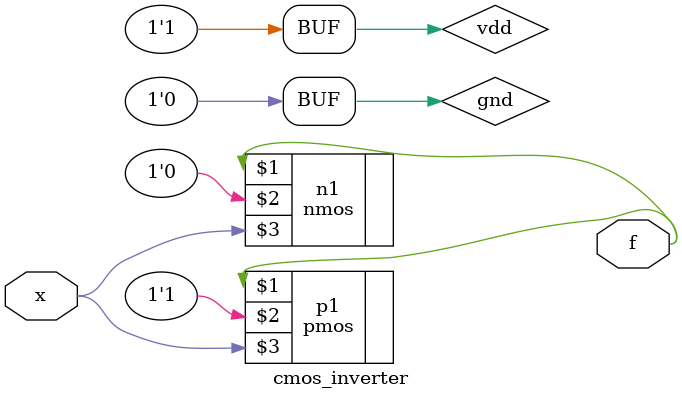
<source format=v>
`timescale 1ns / 1ps
module cmos_inverter(x,f);
 input x;
 output f;
 supply1 vdd;
 supply0 gnd;
 pmos p1(f,vdd,x);
 nmos n1(f,gnd,x);
endmodule 

</source>
